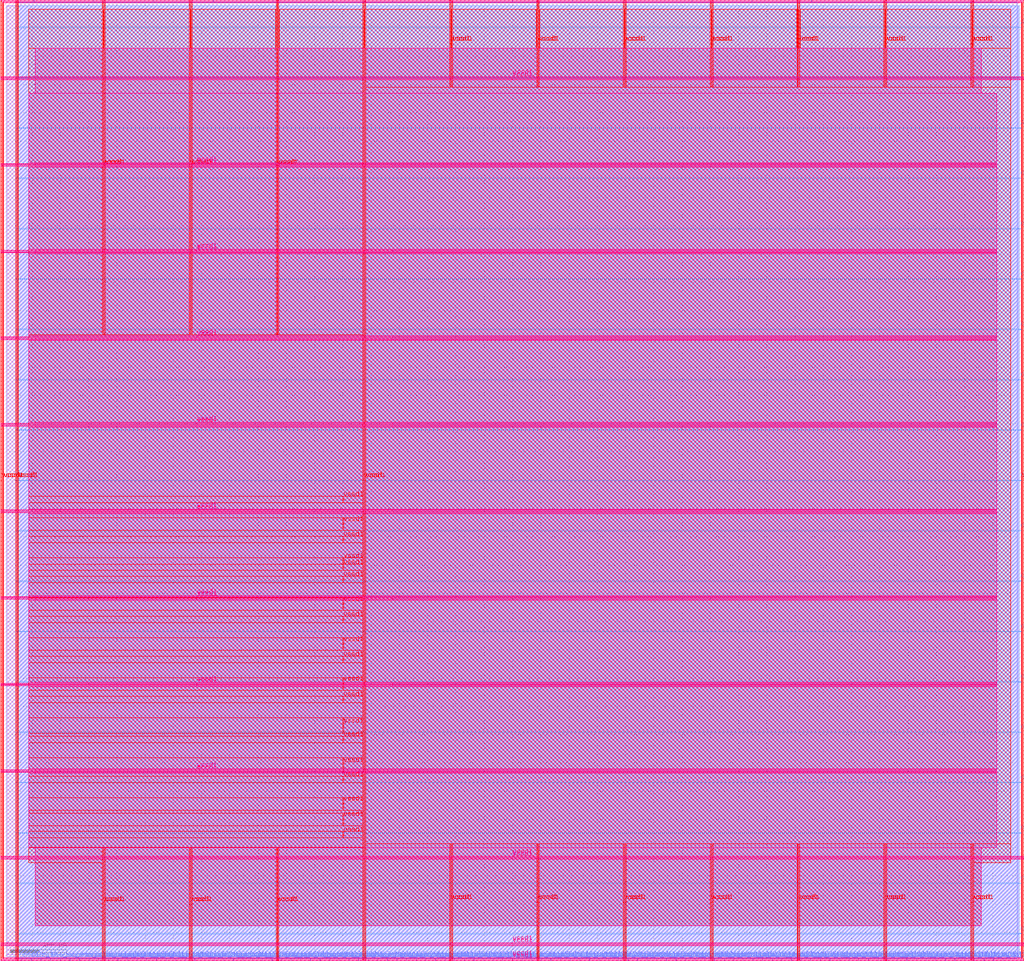
<source format=lef>
VERSION 5.7 ;
  NOWIREEXTENSIONATPIN ON ;
  DIVIDERCHAR "/" ;
  BUSBITCHARS "[]" ;
MACRO top_wrapper
  CLASS BLOCK ;
  FOREIGN top_wrapper ;
  ORIGIN 0.000 0.000 ;
  SIZE 1800.000 BY 1700.000 ;
  PIN ADC_OUT_OBS[0]
    DIRECTION OUTPUT ;
    USE SIGNAL ;
    PORT
      LAYER met3 ;
        RECT 1796.000 1472.920 1800.000 1473.520 ;
    END
  END ADC_OUT_OBS[0]
  PIN ADC_OUT_OBS[1]
    DIRECTION OUTPUT ;
    USE SIGNAL ;
    PORT
      LAYER met3 ;
        RECT 1796.000 1562.000 1800.000 1562.600 ;
    END
  END ADC_OUT_OBS[1]
  PIN ADC_OUT_OBS[2]
    DIRECTION OUTPUT ;
    USE SIGNAL ;
    PORT
      LAYER met3 ;
        RECT 1796.000 1651.080 1800.000 1651.680 ;
    END
  END ADC_OUT_OBS[2]
  PIN BL0
    DIRECTION INOUT ;
    USE SIGNAL ;
    PORT
      LAYER met2 ;
        RECT 1767.870 0.000 1768.150 4.000 ;
    END
  END BL0
  PIN CSA[0]
    DIRECTION OUTPUT ;
    USE SIGNAL ;
    PORT
      LAYER met3 ;
        RECT 1796.000 47.640 1800.000 48.240 ;
    END
  END CSA[0]
  PIN CSA[10]
    DIRECTION OUTPUT ;
    USE SIGNAL ;
    PORT
      LAYER met3 ;
        RECT 1796.000 938.440 1800.000 939.040 ;
    END
  END CSA[10]
  PIN CSA[11]
    DIRECTION OUTPUT ;
    USE SIGNAL ;
    PORT
      LAYER met3 ;
        RECT 1796.000 1027.520 1800.000 1028.120 ;
    END
  END CSA[11]
  PIN CSA[12]
    DIRECTION OUTPUT ;
    USE SIGNAL ;
    PORT
      LAYER met3 ;
        RECT 1796.000 1116.600 1800.000 1117.200 ;
    END
  END CSA[12]
  PIN CSA[13]
    DIRECTION OUTPUT ;
    USE SIGNAL ;
    PORT
      LAYER met3 ;
        RECT 1796.000 1205.680 1800.000 1206.280 ;
    END
  END CSA[13]
  PIN CSA[14]
    DIRECTION OUTPUT ;
    USE SIGNAL ;
    PORT
      LAYER met3 ;
        RECT 1796.000 1294.760 1800.000 1295.360 ;
    END
  END CSA[14]
  PIN CSA[15]
    DIRECTION OUTPUT ;
    USE SIGNAL ;
    PORT
      LAYER met3 ;
        RECT 1796.000 1383.840 1800.000 1384.440 ;
    END
  END CSA[15]
  PIN CSA[1]
    DIRECTION OUTPUT ;
    USE SIGNAL ;
    PORT
      LAYER met3 ;
        RECT 1796.000 136.720 1800.000 137.320 ;
    END
  END CSA[1]
  PIN CSA[2]
    DIRECTION OUTPUT ;
    USE SIGNAL ;
    PORT
      LAYER met3 ;
        RECT 1796.000 225.800 1800.000 226.400 ;
    END
  END CSA[2]
  PIN CSA[3]
    DIRECTION OUTPUT ;
    USE SIGNAL ;
    PORT
      LAYER met3 ;
        RECT 1796.000 314.880 1800.000 315.480 ;
    END
  END CSA[3]
  PIN CSA[4]
    DIRECTION OUTPUT ;
    USE SIGNAL ;
    PORT
      LAYER met3 ;
        RECT 1796.000 403.960 1800.000 404.560 ;
    END
  END CSA[4]
  PIN CSA[5]
    DIRECTION OUTPUT ;
    USE SIGNAL ;
    PORT
      LAYER met3 ;
        RECT 1796.000 493.040 1800.000 493.640 ;
    END
  END CSA[5]
  PIN CSA[6]
    DIRECTION OUTPUT ;
    USE SIGNAL ;
    PORT
      LAYER met3 ;
        RECT 1796.000 582.120 1800.000 582.720 ;
    END
  END CSA[6]
  PIN CSA[7]
    DIRECTION OUTPUT ;
    USE SIGNAL ;
    PORT
      LAYER met3 ;
        RECT 1796.000 671.200 1800.000 671.800 ;
    END
  END CSA[7]
  PIN CSA[8]
    DIRECTION OUTPUT ;
    USE SIGNAL ;
    PORT
      LAYER met3 ;
        RECT 1796.000 760.280 1800.000 760.880 ;
    END
  END CSA[8]
  PIN CSA[9]
    DIRECTION OUTPUT ;
    USE SIGNAL ;
    PORT
      LAYER met3 ;
        RECT 1796.000 849.360 1800.000 849.960 ;
    END
  END CSA[9]
  PIN REF_CSA
    DIRECTION INOUT ;
    USE SIGNAL ;
    PORT
      LAYER met2 ;
        RECT 1640.450 1696.000 1640.730 1700.000 ;
    END
  END REF_CSA
  PIN SL0
    DIRECTION INOUT ;
    USE SIGNAL ;
    PORT
      LAYER met2 ;
        RECT 1733.830 0.000 1734.110 4.000 ;
    END
  END SL0
  PIN V0_REF_ADC
    DIRECTION INOUT ;
    USE SIGNAL ;
    PORT
      LAYER met2 ;
        RECT 1323.050 1696.000 1323.330 1700.000 ;
    END
  END V0_REF_ADC
  PIN V1_BL
    DIRECTION INOUT ;
    USE SIGNAL ;
    PORT
      LAYER met2 ;
        RECT 899.850 1696.000 900.130 1700.000 ;
    END
  END V1_BL
  PIN V1_REF_ADC
    DIRECTION INOUT ;
    USE SIGNAL ;
    PORT
      LAYER met2 ;
        RECT 1428.850 1696.000 1429.130 1700.000 ;
    END
  END V1_REF_ADC
  PIN V1_SL
    DIRECTION INOUT ;
    USE SIGNAL ;
    PORT
      LAYER met2 ;
        RECT 476.650 1696.000 476.930 1700.000 ;
    END
  END V1_SL
  PIN V1_WL
    DIRECTION INOUT ;
    USE SIGNAL ;
    PORT
      LAYER met2 ;
        RECT 53.450 1696.000 53.730 1700.000 ;
    END
  END V1_WL
  PIN V2_BL
    DIRECTION INOUT ;
    USE SIGNAL ;
    PORT
      LAYER met2 ;
        RECT 1005.650 1696.000 1005.930 1700.000 ;
    END
  END V2_BL
  PIN V2_REF_ADC
    DIRECTION INOUT ;
    USE SIGNAL ;
    PORT
      LAYER met2 ;
        RECT 1534.650 1696.000 1534.930 1700.000 ;
    END
  END V2_REF_ADC
  PIN V2_SL
    DIRECTION INOUT ;
    USE SIGNAL ;
    PORT
      LAYER met2 ;
        RECT 582.450 1696.000 582.730 1700.000 ;
    END
  END V2_SL
  PIN V2_WL
    DIRECTION INOUT ;
    USE SIGNAL ;
    PORT
      LAYER met2 ;
        RECT 159.250 1696.000 159.530 1700.000 ;
    END
  END V2_WL
  PIN V3_BL
    DIRECTION INOUT ;
    USE SIGNAL ;
    PORT
      LAYER met2 ;
        RECT 1111.450 1696.000 1111.730 1700.000 ;
    END
  END V3_BL
  PIN V3_SL
    DIRECTION INOUT ;
    USE SIGNAL ;
    PORT
      LAYER met2 ;
        RECT 688.250 1696.000 688.530 1700.000 ;
    END
  END V3_SL
  PIN V3_WL
    DIRECTION INOUT ;
    USE SIGNAL ;
    PORT
      LAYER met2 ;
        RECT 265.050 1696.000 265.330 1700.000 ;
    END
  END V3_WL
  PIN V4_BL
    DIRECTION INOUT ;
    USE SIGNAL ;
    PORT
      LAYER met2 ;
        RECT 1217.250 1696.000 1217.530 1700.000 ;
    END
  END V4_BL
  PIN V4_SL
    DIRECTION INOUT ;
    USE SIGNAL ;
    PORT
      LAYER met2 ;
        RECT 794.050 1696.000 794.330 1700.000 ;
    END
  END V4_SL
  PIN V4_WL
    DIRECTION INOUT ;
    USE SIGNAL ;
    PORT
      LAYER met2 ;
        RECT 370.850 1696.000 371.130 1700.000 ;
    END
  END V4_WL
  PIN VDD_PRE
    DIRECTION INOUT ;
    USE SIGNAL ;
    PORT
      LAYER met2 ;
        RECT 1746.250 1696.000 1746.530 1700.000 ;
    END
  END VDD_PRE
  PIN WL0
    DIRECTION INOUT ;
    USE SIGNAL ;
    PORT
      LAYER met2 ;
        RECT 1750.850 0.000 1751.130 4.000 ;
    END
  END WL0
  PIN clk
    DIRECTION INPUT ;
    USE SIGNAL ;
    PORT
      LAYER met2 ;
        RECT 48.850 0.000 49.130 4.000 ;
    END
  END clk
  PIN enable_IM
    DIRECTION INPUT ;
    USE SIGNAL ;
    PORT
      LAYER met2 ;
        RECT 31.830 0.000 32.110 4.000 ;
    END
  END enable_IM
  PIN rst
    DIRECTION INPUT ;
    USE SIGNAL ;
    PORT
      LAYER met2 ;
        RECT 65.870 0.000 66.150 4.000 ;
    END
  END rst
  PIN vccd1
    DIRECTION INOUT ;
    USE POWER ;
    PORT
      LAYER met4 ;
        RECT -2.080 3.280 -0.480 1696.720 ;
    END
    PORT
      LAYER met5 ;
        RECT -2.080 3.280 1802.060 4.880 ;
    END
    PORT
      LAYER met5 ;
        RECT -2.080 1695.120 1802.060 1696.720 ;
    END
    PORT
      LAYER met4 ;
        RECT 1800.460 3.280 1802.060 1696.720 ;
    END
    PORT
      LAYER met4 ;
        RECT 21.040 -0.020 22.640 1700.020 ;
    END
    PORT
      LAYER met4 ;
        RECT 174.640 -0.020 176.240 200.755 ;
    END
    PORT
      LAYER met4 ;
        RECT 174.640 1107.725 176.240 1700.020 ;
    END
    PORT
      LAYER met4 ;
        RECT 328.240 -0.020 329.840 200.755 ;
    END
    PORT
      LAYER met4 ;
        RECT 328.240 1107.725 329.840 1700.020 ;
    END
    PORT
      LAYER met4 ;
        RECT 481.840 -0.020 483.440 200.755 ;
    END
    PORT
      LAYER met4 ;
        RECT 481.840 1107.725 483.440 1700.020 ;
    END
    PORT
      LAYER met4 ;
        RECT 635.440 -0.020 637.040 1700.020 ;
    END
    PORT
      LAYER met4 ;
        RECT 789.040 -0.020 790.640 206.780 ;
    END
    PORT
      LAYER met4 ;
        RECT 789.040 1545.180 790.640 1700.020 ;
    END
    PORT
      LAYER met4 ;
        RECT 942.640 -0.020 944.240 206.780 ;
    END
    PORT
      LAYER met4 ;
        RECT 942.640 1545.180 944.240 1700.020 ;
    END
    PORT
      LAYER met4 ;
        RECT 1096.240 -0.020 1097.840 206.780 ;
    END
    PORT
      LAYER met4 ;
        RECT 1096.240 1545.180 1097.840 1700.020 ;
    END
    PORT
      LAYER met4 ;
        RECT 1249.840 -0.020 1251.440 206.780 ;
    END
    PORT
      LAYER met4 ;
        RECT 1249.840 1545.180 1251.440 1700.020 ;
    END
    PORT
      LAYER met4 ;
        RECT 1403.440 -0.020 1405.040 206.780 ;
    END
    PORT
      LAYER met4 ;
        RECT 1403.440 1545.180 1405.040 1700.020 ;
    END
    PORT
      LAYER met4 ;
        RECT 1557.040 -0.020 1558.640 206.780 ;
    END
    PORT
      LAYER met4 ;
        RECT 1557.040 1545.180 1558.640 1700.020 ;
    END
    PORT
      LAYER met4 ;
        RECT 1710.640 -0.020 1712.240 206.780 ;
    END
    PORT
      LAYER met4 ;
        RECT 1710.640 1545.180 1712.240 1700.020 ;
    END
    PORT
      LAYER met5 ;
        RECT -5.380 26.730 1805.360 28.330 ;
    END
    PORT
      LAYER met5 ;
        RECT -5.380 179.910 1805.360 181.510 ;
    END
    PORT
      LAYER met5 ;
        RECT -5.380 333.090 688.340 334.690 ;
    END
    PORT
      LAYER met5 ;
        RECT -5.380 486.270 688.340 487.870 ;
    END
    PORT
      LAYER met5 ;
        RECT -5.380 639.450 688.340 641.050 ;
    END
    PORT
      LAYER met5 ;
        RECT -5.380 792.630 688.340 794.230 ;
    END
    PORT
      LAYER met5 ;
        RECT -5.380 945.810 688.340 947.410 ;
    END
    PORT
      LAYER met5 ;
        RECT -5.380 1098.990 688.340 1100.590 ;
    END
    PORT
      LAYER met5 ;
        RECT -5.380 1252.170 688.340 1253.770 ;
    END
    PORT
      LAYER met5 ;
        RECT -5.380 1405.350 688.340 1406.950 ;
    END
    PORT
      LAYER met5 ;
        RECT -5.380 1558.530 1805.360 1560.130 ;
    END
  END vccd1
  PIN vssd1
    DIRECTION INOUT ;
    USE GROUND ;
    PORT
      LAYER met4 ;
        RECT -5.380 -0.020 -3.780 1700.020 ;
    END
    PORT
      LAYER met5 ;
        RECT -5.380 -0.020 1805.360 1.580 ;
    END
    PORT
      LAYER met5 ;
        RECT -5.380 1698.420 1805.360 1700.020 ;
    END
    PORT
      LAYER met4 ;
        RECT 1803.760 -0.020 1805.360 1700.020 ;
    END
    PORT
      LAYER met4 ;
        RECT 24.340 -0.020 25.940 1700.020 ;
    END
    PORT
      LAYER met4 ;
        RECT 177.940 -0.020 179.540 200.755 ;
    END
    PORT
      LAYER met4 ;
        RECT 177.940 1107.725 179.540 1700.020 ;
    END
    PORT
      LAYER met4 ;
        RECT 331.540 -0.020 333.140 200.755 ;
    END
    PORT
      LAYER met4 ;
        RECT 331.540 1107.725 333.140 1700.020 ;
    END
    PORT
      LAYER met4 ;
        RECT 485.140 -0.020 486.740 200.755 ;
    END
    PORT
      LAYER met4 ;
        RECT 485.140 1107.725 486.740 1700.020 ;
    END
    PORT
      LAYER met4 ;
        RECT 638.740 -0.020 640.340 1700.020 ;
    END
    PORT
      LAYER met4 ;
        RECT 792.340 -0.020 793.940 206.780 ;
    END
    PORT
      LAYER met4 ;
        RECT 792.340 1545.180 793.940 1700.020 ;
    END
    PORT
      LAYER met4 ;
        RECT 945.940 -0.020 947.540 206.780 ;
    END
    PORT
      LAYER met4 ;
        RECT 945.940 1545.180 947.540 1700.020 ;
    END
    PORT
      LAYER met4 ;
        RECT 1099.540 -0.020 1101.140 206.780 ;
    END
    PORT
      LAYER met4 ;
        RECT 1099.540 1545.180 1101.140 1700.020 ;
    END
    PORT
      LAYER met4 ;
        RECT 1253.140 -0.020 1254.740 206.780 ;
    END
    PORT
      LAYER met4 ;
        RECT 1253.140 1545.180 1254.740 1700.020 ;
    END
    PORT
      LAYER met4 ;
        RECT 1406.740 -0.020 1408.340 206.780 ;
    END
    PORT
      LAYER met4 ;
        RECT 1406.740 1545.180 1408.340 1700.020 ;
    END
    PORT
      LAYER met4 ;
        RECT 1560.340 -0.020 1561.940 206.780 ;
    END
    PORT
      LAYER met4 ;
        RECT 1560.340 1545.180 1561.940 1700.020 ;
    END
    PORT
      LAYER met4 ;
        RECT 1713.940 -0.020 1715.540 206.780 ;
    END
    PORT
      LAYER met4 ;
        RECT 1713.940 1545.180 1715.540 1700.020 ;
    END
    PORT
      LAYER met5 ;
        RECT -5.380 30.030 1805.360 31.630 ;
    END
    PORT
      LAYER met5 ;
        RECT -5.380 183.210 1805.360 184.810 ;
    END
    PORT
      LAYER met5 ;
        RECT -5.380 336.390 688.340 337.990 ;
    END
    PORT
      LAYER met5 ;
        RECT -5.380 489.570 688.340 491.170 ;
    END
    PORT
      LAYER met5 ;
        RECT -5.380 642.750 688.340 644.350 ;
    END
    PORT
      LAYER met5 ;
        RECT -5.380 795.930 688.340 797.530 ;
    END
    PORT
      LAYER met5 ;
        RECT -5.380 949.110 688.340 950.710 ;
    END
    PORT
      LAYER met5 ;
        RECT -5.380 1102.290 688.340 1103.890 ;
    END
    PORT
      LAYER met5 ;
        RECT -5.380 1255.470 688.340 1257.070 ;
    END
    PORT
      LAYER met5 ;
        RECT -5.380 1408.650 688.340 1410.250 ;
    END
    PORT
      LAYER met5 ;
        RECT -5.380 1561.830 1805.360 1563.430 ;
    END
    PORT
      LAYER met4 ;
        RECT 599.500 217.360 601.100 228.720 ;
    END
    PORT
      LAYER met4 ;
        RECT 599.500 239.120 601.100 261.360 ;
    END
    PORT
      LAYER met4 ;
        RECT 599.500 266.320 601.100 288.560 ;
    END
    PORT
      LAYER met4 ;
        RECT 599.500 315.280 601.100 326.640 ;
    END
    PORT
      LAYER met4 ;
        RECT 599.500 331.600 601.100 359.280 ;
    END
    PORT
      LAYER met4 ;
        RECT 599.500 386.000 601.100 397.360 ;
    END
    PORT
      LAYER met4 ;
        RECT 599.500 402.320 601.100 430.000 ;
    END
    PORT
      LAYER met4 ;
        RECT 599.500 456.720 601.100 468.080 ;
    END
    PORT
      LAYER met4 ;
        RECT 599.500 478.480 601.100 500.720 ;
    END
    PORT
      LAYER met4 ;
        RECT 599.500 527.440 601.100 538.800 ;
    END
    PORT
      LAYER met4 ;
        RECT 599.500 549.200 601.100 571.440 ;
    END
    PORT
      LAYER met4 ;
        RECT 599.500 598.160 601.100 609.520 ;
    END
    PORT
      LAYER met4 ;
        RECT 599.500 619.920 601.100 642.160 ;
    END
    PORT
      LAYER met4 ;
        RECT 599.500 668.880 601.100 680.240 ;
    END
    PORT
      LAYER met4 ;
        RECT 599.500 690.640 601.100 701.520 ;
    END
    PORT
      LAYER met4 ;
        RECT 599.500 701.745 601.100 712.880 ;
    END
    PORT
      LAYER met4 ;
        RECT 599.500 739.600 601.100 750.960 ;
    END
    PORT
      LAYER met4 ;
        RECT 599.500 761.360 601.100 783.600 ;
    END
    PORT
      LAYER met4 ;
        RECT 599.500 810.320 601.100 821.680 ;
    END
  END vssd1
  PIN wbs_we_i
    DIRECTION INPUT ;
    USE SIGNAL ;
    PORT
      LAYER met2 ;
        RECT 82.890 0.000 83.170 4.000 ;
    END
  END wbs_we_i
  PIN wishbone_address_bus[0]
    DIRECTION INPUT ;
    USE SIGNAL ;
    PORT
      LAYER met2 ;
        RECT 99.910 0.000 100.190 4.000 ;
    END
  END wishbone_address_bus[0]
  PIN wishbone_address_bus[10]
    DIRECTION INPUT ;
    USE SIGNAL ;
    PORT
      LAYER met2 ;
        RECT 610.510 0.000 610.790 4.000 ;
    END
  END wishbone_address_bus[10]
  PIN wishbone_address_bus[11]
    DIRECTION INPUT ;
    USE SIGNAL ;
    PORT
      LAYER met2 ;
        RECT 661.570 0.000 661.850 4.000 ;
    END
  END wishbone_address_bus[11]
  PIN wishbone_address_bus[12]
    DIRECTION INPUT ;
    USE SIGNAL ;
    PORT
      LAYER met2 ;
        RECT 712.630 0.000 712.910 4.000 ;
    END
  END wishbone_address_bus[12]
  PIN wishbone_address_bus[13]
    DIRECTION INPUT ;
    USE SIGNAL ;
    PORT
      LAYER met2 ;
        RECT 763.690 0.000 763.970 4.000 ;
    END
  END wishbone_address_bus[13]
  PIN wishbone_address_bus[14]
    DIRECTION INPUT ;
    USE SIGNAL ;
    PORT
      LAYER met2 ;
        RECT 814.750 0.000 815.030 4.000 ;
    END
  END wishbone_address_bus[14]
  PIN wishbone_address_bus[15]
    DIRECTION INPUT ;
    USE SIGNAL ;
    PORT
      LAYER met2 ;
        RECT 865.810 0.000 866.090 4.000 ;
    END
  END wishbone_address_bus[15]
  PIN wishbone_address_bus[16]
    DIRECTION INPUT ;
    USE SIGNAL ;
    PORT
      LAYER met2 ;
        RECT 916.870 0.000 917.150 4.000 ;
    END
  END wishbone_address_bus[16]
  PIN wishbone_address_bus[17]
    DIRECTION INPUT ;
    USE SIGNAL ;
    PORT
      LAYER met2 ;
        RECT 967.930 0.000 968.210 4.000 ;
    END
  END wishbone_address_bus[17]
  PIN wishbone_address_bus[18]
    DIRECTION INPUT ;
    USE SIGNAL ;
    PORT
      LAYER met2 ;
        RECT 1018.990 0.000 1019.270 4.000 ;
    END
  END wishbone_address_bus[18]
  PIN wishbone_address_bus[19]
    DIRECTION INPUT ;
    USE SIGNAL ;
    PORT
      LAYER met2 ;
        RECT 1070.050 0.000 1070.330 4.000 ;
    END
  END wishbone_address_bus[19]
  PIN wishbone_address_bus[1]
    DIRECTION INPUT ;
    USE SIGNAL ;
    PORT
      LAYER met2 ;
        RECT 150.970 0.000 151.250 4.000 ;
    END
  END wishbone_address_bus[1]
  PIN wishbone_address_bus[20]
    DIRECTION INPUT ;
    USE SIGNAL ;
    PORT
      LAYER met2 ;
        RECT 1121.110 0.000 1121.390 4.000 ;
    END
  END wishbone_address_bus[20]
  PIN wishbone_address_bus[21]
    DIRECTION INPUT ;
    USE SIGNAL ;
    PORT
      LAYER met2 ;
        RECT 1172.170 0.000 1172.450 4.000 ;
    END
  END wishbone_address_bus[21]
  PIN wishbone_address_bus[22]
    DIRECTION INPUT ;
    USE SIGNAL ;
    PORT
      LAYER met2 ;
        RECT 1223.230 0.000 1223.510 4.000 ;
    END
  END wishbone_address_bus[22]
  PIN wishbone_address_bus[23]
    DIRECTION INPUT ;
    USE SIGNAL ;
    PORT
      LAYER met2 ;
        RECT 1274.290 0.000 1274.570 4.000 ;
    END
  END wishbone_address_bus[23]
  PIN wishbone_address_bus[24]
    DIRECTION INPUT ;
    USE SIGNAL ;
    PORT
      LAYER met2 ;
        RECT 1325.350 0.000 1325.630 4.000 ;
    END
  END wishbone_address_bus[24]
  PIN wishbone_address_bus[25]
    DIRECTION INPUT ;
    USE SIGNAL ;
    PORT
      LAYER met2 ;
        RECT 1376.410 0.000 1376.690 4.000 ;
    END
  END wishbone_address_bus[25]
  PIN wishbone_address_bus[26]
    DIRECTION INPUT ;
    USE SIGNAL ;
    PORT
      LAYER met2 ;
        RECT 1427.470 0.000 1427.750 4.000 ;
    END
  END wishbone_address_bus[26]
  PIN wishbone_address_bus[27]
    DIRECTION INPUT ;
    USE SIGNAL ;
    PORT
      LAYER met2 ;
        RECT 1478.530 0.000 1478.810 4.000 ;
    END
  END wishbone_address_bus[27]
  PIN wishbone_address_bus[28]
    DIRECTION INPUT ;
    USE SIGNAL ;
    PORT
      LAYER met2 ;
        RECT 1529.590 0.000 1529.870 4.000 ;
    END
  END wishbone_address_bus[28]
  PIN wishbone_address_bus[29]
    DIRECTION INPUT ;
    USE SIGNAL ;
    PORT
      LAYER met2 ;
        RECT 1580.650 0.000 1580.930 4.000 ;
    END
  END wishbone_address_bus[29]
  PIN wishbone_address_bus[2]
    DIRECTION INPUT ;
    USE SIGNAL ;
    PORT
      LAYER met2 ;
        RECT 202.030 0.000 202.310 4.000 ;
    END
  END wishbone_address_bus[2]
  PIN wishbone_address_bus[30]
    DIRECTION INPUT ;
    USE SIGNAL ;
    PORT
      LAYER met2 ;
        RECT 1631.710 0.000 1631.990 4.000 ;
    END
  END wishbone_address_bus[30]
  PIN wishbone_address_bus[31]
    DIRECTION INPUT ;
    USE SIGNAL ;
    PORT
      LAYER met2 ;
        RECT 1682.770 0.000 1683.050 4.000 ;
    END
  END wishbone_address_bus[31]
  PIN wishbone_address_bus[3]
    DIRECTION INPUT ;
    USE SIGNAL ;
    PORT
      LAYER met2 ;
        RECT 253.090 0.000 253.370 4.000 ;
    END
  END wishbone_address_bus[3]
  PIN wishbone_address_bus[4]
    DIRECTION INPUT ;
    USE SIGNAL ;
    PORT
      LAYER met2 ;
        RECT 304.150 0.000 304.430 4.000 ;
    END
  END wishbone_address_bus[4]
  PIN wishbone_address_bus[5]
    DIRECTION INPUT ;
    USE SIGNAL ;
    PORT
      LAYER met2 ;
        RECT 355.210 0.000 355.490 4.000 ;
    END
  END wishbone_address_bus[5]
  PIN wishbone_address_bus[6]
    DIRECTION INPUT ;
    USE SIGNAL ;
    PORT
      LAYER met2 ;
        RECT 406.270 0.000 406.550 4.000 ;
    END
  END wishbone_address_bus[6]
  PIN wishbone_address_bus[7]
    DIRECTION INPUT ;
    USE SIGNAL ;
    PORT
      LAYER met2 ;
        RECT 457.330 0.000 457.610 4.000 ;
    END
  END wishbone_address_bus[7]
  PIN wishbone_address_bus[8]
    DIRECTION INPUT ;
    USE SIGNAL ;
    PORT
      LAYER met2 ;
        RECT 508.390 0.000 508.670 4.000 ;
    END
  END wishbone_address_bus[8]
  PIN wishbone_address_bus[9]
    DIRECTION INPUT ;
    USE SIGNAL ;
    PORT
      LAYER met2 ;
        RECT 559.450 0.000 559.730 4.000 ;
    END
  END wishbone_address_bus[9]
  PIN wishbone_data_in[0]
    DIRECTION INPUT ;
    USE SIGNAL ;
    PORT
      LAYER met2 ;
        RECT 116.930 0.000 117.210 4.000 ;
    END
  END wishbone_data_in[0]
  PIN wishbone_data_in[10]
    DIRECTION INPUT ;
    USE SIGNAL ;
    PORT
      LAYER met2 ;
        RECT 627.530 0.000 627.810 4.000 ;
    END
  END wishbone_data_in[10]
  PIN wishbone_data_in[11]
    DIRECTION INPUT ;
    USE SIGNAL ;
    PORT
      LAYER met2 ;
        RECT 678.590 0.000 678.870 4.000 ;
    END
  END wishbone_data_in[11]
  PIN wishbone_data_in[12]
    DIRECTION INPUT ;
    USE SIGNAL ;
    PORT
      LAYER met2 ;
        RECT 729.650 0.000 729.930 4.000 ;
    END
  END wishbone_data_in[12]
  PIN wishbone_data_in[13]
    DIRECTION INPUT ;
    USE SIGNAL ;
    PORT
      LAYER met2 ;
        RECT 780.710 0.000 780.990 4.000 ;
    END
  END wishbone_data_in[13]
  PIN wishbone_data_in[14]
    DIRECTION INPUT ;
    USE SIGNAL ;
    PORT
      LAYER met2 ;
        RECT 831.770 0.000 832.050 4.000 ;
    END
  END wishbone_data_in[14]
  PIN wishbone_data_in[15]
    DIRECTION INPUT ;
    USE SIGNAL ;
    PORT
      LAYER met2 ;
        RECT 882.830 0.000 883.110 4.000 ;
    END
  END wishbone_data_in[15]
  PIN wishbone_data_in[16]
    DIRECTION INPUT ;
    USE SIGNAL ;
    PORT
      LAYER met2 ;
        RECT 933.890 0.000 934.170 4.000 ;
    END
  END wishbone_data_in[16]
  PIN wishbone_data_in[17]
    DIRECTION INPUT ;
    USE SIGNAL ;
    PORT
      LAYER met2 ;
        RECT 984.950 0.000 985.230 4.000 ;
    END
  END wishbone_data_in[17]
  PIN wishbone_data_in[18]
    DIRECTION INPUT ;
    USE SIGNAL ;
    PORT
      LAYER met2 ;
        RECT 1036.010 0.000 1036.290 4.000 ;
    END
  END wishbone_data_in[18]
  PIN wishbone_data_in[19]
    DIRECTION INPUT ;
    USE SIGNAL ;
    PORT
      LAYER met2 ;
        RECT 1087.070 0.000 1087.350 4.000 ;
    END
  END wishbone_data_in[19]
  PIN wishbone_data_in[1]
    DIRECTION INPUT ;
    USE SIGNAL ;
    PORT
      LAYER met2 ;
        RECT 167.990 0.000 168.270 4.000 ;
    END
  END wishbone_data_in[1]
  PIN wishbone_data_in[20]
    DIRECTION INPUT ;
    USE SIGNAL ;
    PORT
      LAYER met2 ;
        RECT 1138.130 0.000 1138.410 4.000 ;
    END
  END wishbone_data_in[20]
  PIN wishbone_data_in[21]
    DIRECTION INPUT ;
    USE SIGNAL ;
    PORT
      LAYER met2 ;
        RECT 1189.190 0.000 1189.470 4.000 ;
    END
  END wishbone_data_in[21]
  PIN wishbone_data_in[22]
    DIRECTION INPUT ;
    USE SIGNAL ;
    PORT
      LAYER met2 ;
        RECT 1240.250 0.000 1240.530 4.000 ;
    END
  END wishbone_data_in[22]
  PIN wishbone_data_in[23]
    DIRECTION INPUT ;
    USE SIGNAL ;
    PORT
      LAYER met2 ;
        RECT 1291.310 0.000 1291.590 4.000 ;
    END
  END wishbone_data_in[23]
  PIN wishbone_data_in[24]
    DIRECTION INPUT ;
    USE SIGNAL ;
    PORT
      LAYER met2 ;
        RECT 1342.370 0.000 1342.650 4.000 ;
    END
  END wishbone_data_in[24]
  PIN wishbone_data_in[25]
    DIRECTION INPUT ;
    USE SIGNAL ;
    PORT
      LAYER met2 ;
        RECT 1393.430 0.000 1393.710 4.000 ;
    END
  END wishbone_data_in[25]
  PIN wishbone_data_in[26]
    DIRECTION INPUT ;
    USE SIGNAL ;
    PORT
      LAYER met2 ;
        RECT 1444.490 0.000 1444.770 4.000 ;
    END
  END wishbone_data_in[26]
  PIN wishbone_data_in[27]
    DIRECTION INPUT ;
    USE SIGNAL ;
    PORT
      LAYER met2 ;
        RECT 1495.550 0.000 1495.830 4.000 ;
    END
  END wishbone_data_in[27]
  PIN wishbone_data_in[28]
    DIRECTION INPUT ;
    USE SIGNAL ;
    PORT
      LAYER met2 ;
        RECT 1546.610 0.000 1546.890 4.000 ;
    END
  END wishbone_data_in[28]
  PIN wishbone_data_in[29]
    DIRECTION INPUT ;
    USE SIGNAL ;
    PORT
      LAYER met2 ;
        RECT 1597.670 0.000 1597.950 4.000 ;
    END
  END wishbone_data_in[29]
  PIN wishbone_data_in[2]
    DIRECTION INPUT ;
    USE SIGNAL ;
    PORT
      LAYER met2 ;
        RECT 219.050 0.000 219.330 4.000 ;
    END
  END wishbone_data_in[2]
  PIN wishbone_data_in[30]
    DIRECTION INPUT ;
    USE SIGNAL ;
    PORT
      LAYER met2 ;
        RECT 1648.730 0.000 1649.010 4.000 ;
    END
  END wishbone_data_in[30]
  PIN wishbone_data_in[31]
    DIRECTION INPUT ;
    USE SIGNAL ;
    PORT
      LAYER met2 ;
        RECT 1699.790 0.000 1700.070 4.000 ;
    END
  END wishbone_data_in[31]
  PIN wishbone_data_in[3]
    DIRECTION INPUT ;
    USE SIGNAL ;
    PORT
      LAYER met2 ;
        RECT 270.110 0.000 270.390 4.000 ;
    END
  END wishbone_data_in[3]
  PIN wishbone_data_in[4]
    DIRECTION INPUT ;
    USE SIGNAL ;
    PORT
      LAYER met2 ;
        RECT 321.170 0.000 321.450 4.000 ;
    END
  END wishbone_data_in[4]
  PIN wishbone_data_in[5]
    DIRECTION INPUT ;
    USE SIGNAL ;
    PORT
      LAYER met2 ;
        RECT 372.230 0.000 372.510 4.000 ;
    END
  END wishbone_data_in[5]
  PIN wishbone_data_in[6]
    DIRECTION INPUT ;
    USE SIGNAL ;
    PORT
      LAYER met2 ;
        RECT 423.290 0.000 423.570 4.000 ;
    END
  END wishbone_data_in[6]
  PIN wishbone_data_in[7]
    DIRECTION INPUT ;
    USE SIGNAL ;
    PORT
      LAYER met2 ;
        RECT 474.350 0.000 474.630 4.000 ;
    END
  END wishbone_data_in[7]
  PIN wishbone_data_in[8]
    DIRECTION INPUT ;
    USE SIGNAL ;
    PORT
      LAYER met2 ;
        RECT 525.410 0.000 525.690 4.000 ;
    END
  END wishbone_data_in[8]
  PIN wishbone_data_in[9]
    DIRECTION INPUT ;
    USE SIGNAL ;
    PORT
      LAYER met2 ;
        RECT 576.470 0.000 576.750 4.000 ;
    END
  END wishbone_data_in[9]
  PIN wishbone_data_out[0]
    DIRECTION OUTPUT ;
    USE SIGNAL ;
    PORT
      LAYER met2 ;
        RECT 133.950 0.000 134.230 4.000 ;
    END
  END wishbone_data_out[0]
  PIN wishbone_data_out[10]
    DIRECTION OUTPUT ;
    USE SIGNAL ;
    PORT
      LAYER met2 ;
        RECT 644.550 0.000 644.830 4.000 ;
    END
  END wishbone_data_out[10]
  PIN wishbone_data_out[11]
    DIRECTION OUTPUT ;
    USE SIGNAL ;
    PORT
      LAYER met2 ;
        RECT 695.610 0.000 695.890 4.000 ;
    END
  END wishbone_data_out[11]
  PIN wishbone_data_out[12]
    DIRECTION OUTPUT ;
    USE SIGNAL ;
    PORT
      LAYER met2 ;
        RECT 746.670 0.000 746.950 4.000 ;
    END
  END wishbone_data_out[12]
  PIN wishbone_data_out[13]
    DIRECTION OUTPUT ;
    USE SIGNAL ;
    PORT
      LAYER met2 ;
        RECT 797.730 0.000 798.010 4.000 ;
    END
  END wishbone_data_out[13]
  PIN wishbone_data_out[14]
    DIRECTION OUTPUT ;
    USE SIGNAL ;
    PORT
      LAYER met2 ;
        RECT 848.790 0.000 849.070 4.000 ;
    END
  END wishbone_data_out[14]
  PIN wishbone_data_out[15]
    DIRECTION OUTPUT ;
    USE SIGNAL ;
    PORT
      LAYER met2 ;
        RECT 899.850 0.000 900.130 4.000 ;
    END
  END wishbone_data_out[15]
  PIN wishbone_data_out[16]
    DIRECTION OUTPUT ;
    USE SIGNAL ;
    PORT
      LAYER met2 ;
        RECT 950.910 0.000 951.190 4.000 ;
    END
  END wishbone_data_out[16]
  PIN wishbone_data_out[17]
    DIRECTION OUTPUT ;
    USE SIGNAL ;
    PORT
      LAYER met2 ;
        RECT 1001.970 0.000 1002.250 4.000 ;
    END
  END wishbone_data_out[17]
  PIN wishbone_data_out[18]
    DIRECTION OUTPUT ;
    USE SIGNAL ;
    PORT
      LAYER met2 ;
        RECT 1053.030 0.000 1053.310 4.000 ;
    END
  END wishbone_data_out[18]
  PIN wishbone_data_out[19]
    DIRECTION OUTPUT ;
    USE SIGNAL ;
    PORT
      LAYER met2 ;
        RECT 1104.090 0.000 1104.370 4.000 ;
    END
  END wishbone_data_out[19]
  PIN wishbone_data_out[1]
    DIRECTION OUTPUT ;
    USE SIGNAL ;
    PORT
      LAYER met2 ;
        RECT 185.010 0.000 185.290 4.000 ;
    END
  END wishbone_data_out[1]
  PIN wishbone_data_out[20]
    DIRECTION OUTPUT ;
    USE SIGNAL ;
    PORT
      LAYER met2 ;
        RECT 1155.150 0.000 1155.430 4.000 ;
    END
  END wishbone_data_out[20]
  PIN wishbone_data_out[21]
    DIRECTION OUTPUT ;
    USE SIGNAL ;
    PORT
      LAYER met2 ;
        RECT 1206.210 0.000 1206.490 4.000 ;
    END
  END wishbone_data_out[21]
  PIN wishbone_data_out[22]
    DIRECTION OUTPUT ;
    USE SIGNAL ;
    PORT
      LAYER met2 ;
        RECT 1257.270 0.000 1257.550 4.000 ;
    END
  END wishbone_data_out[22]
  PIN wishbone_data_out[23]
    DIRECTION OUTPUT ;
    USE SIGNAL ;
    PORT
      LAYER met2 ;
        RECT 1308.330 0.000 1308.610 4.000 ;
    END
  END wishbone_data_out[23]
  PIN wishbone_data_out[24]
    DIRECTION OUTPUT ;
    USE SIGNAL ;
    PORT
      LAYER met2 ;
        RECT 1359.390 0.000 1359.670 4.000 ;
    END
  END wishbone_data_out[24]
  PIN wishbone_data_out[25]
    DIRECTION OUTPUT ;
    USE SIGNAL ;
    PORT
      LAYER met2 ;
        RECT 1410.450 0.000 1410.730 4.000 ;
    END
  END wishbone_data_out[25]
  PIN wishbone_data_out[26]
    DIRECTION OUTPUT ;
    USE SIGNAL ;
    PORT
      LAYER met2 ;
        RECT 1461.510 0.000 1461.790 4.000 ;
    END
  END wishbone_data_out[26]
  PIN wishbone_data_out[27]
    DIRECTION OUTPUT ;
    USE SIGNAL ;
    PORT
      LAYER met2 ;
        RECT 1512.570 0.000 1512.850 4.000 ;
    END
  END wishbone_data_out[27]
  PIN wishbone_data_out[28]
    DIRECTION OUTPUT ;
    USE SIGNAL ;
    PORT
      LAYER met2 ;
        RECT 1563.630 0.000 1563.910 4.000 ;
    END
  END wishbone_data_out[28]
  PIN wishbone_data_out[29]
    DIRECTION OUTPUT ;
    USE SIGNAL ;
    PORT
      LAYER met2 ;
        RECT 1614.690 0.000 1614.970 4.000 ;
    END
  END wishbone_data_out[29]
  PIN wishbone_data_out[2]
    DIRECTION OUTPUT ;
    USE SIGNAL ;
    PORT
      LAYER met2 ;
        RECT 236.070 0.000 236.350 4.000 ;
    END
  END wishbone_data_out[2]
  PIN wishbone_data_out[30]
    DIRECTION OUTPUT ;
    USE SIGNAL ;
    PORT
      LAYER met2 ;
        RECT 1665.750 0.000 1666.030 4.000 ;
    END
  END wishbone_data_out[30]
  PIN wishbone_data_out[31]
    DIRECTION OUTPUT ;
    USE SIGNAL ;
    PORT
      LAYER met2 ;
        RECT 1716.810 0.000 1717.090 4.000 ;
    END
  END wishbone_data_out[31]
  PIN wishbone_data_out[3]
    DIRECTION OUTPUT ;
    USE SIGNAL ;
    PORT
      LAYER met2 ;
        RECT 287.130 0.000 287.410 4.000 ;
    END
  END wishbone_data_out[3]
  PIN wishbone_data_out[4]
    DIRECTION OUTPUT ;
    USE SIGNAL ;
    PORT
      LAYER met2 ;
        RECT 338.190 0.000 338.470 4.000 ;
    END
  END wishbone_data_out[4]
  PIN wishbone_data_out[5]
    DIRECTION OUTPUT ;
    USE SIGNAL ;
    PORT
      LAYER met2 ;
        RECT 389.250 0.000 389.530 4.000 ;
    END
  END wishbone_data_out[5]
  PIN wishbone_data_out[6]
    DIRECTION OUTPUT ;
    USE SIGNAL ;
    PORT
      LAYER met2 ;
        RECT 440.310 0.000 440.590 4.000 ;
    END
  END wishbone_data_out[6]
  PIN wishbone_data_out[7]
    DIRECTION OUTPUT ;
    USE SIGNAL ;
    PORT
      LAYER met2 ;
        RECT 491.370 0.000 491.650 4.000 ;
    END
  END wishbone_data_out[7]
  PIN wishbone_data_out[8]
    DIRECTION OUTPUT ;
    USE SIGNAL ;
    PORT
      LAYER met2 ;
        RECT 542.430 0.000 542.710 4.000 ;
    END
  END wishbone_data_out[8]
  PIN wishbone_data_out[9]
    DIRECTION OUTPUT ;
    USE SIGNAL ;
    PORT
      LAYER met2 ;
        RECT 593.490 0.000 593.770 4.000 ;
    END
  END wishbone_data_out[9]
  OBS
      LAYER li1 ;
        RECT 5.520 10.795 1794.460 1689.205 ;
      LAYER met1 ;
        RECT 5.520 6.840 1794.460 1689.360 ;
      LAYER met2 ;
        RECT 21.070 1695.720 53.170 1696.330 ;
        RECT 54.010 1695.720 158.970 1696.330 ;
        RECT 159.810 1695.720 264.770 1696.330 ;
        RECT 265.610 1695.720 370.570 1696.330 ;
        RECT 371.410 1695.720 476.370 1696.330 ;
        RECT 477.210 1695.720 582.170 1696.330 ;
        RECT 583.010 1695.720 687.970 1696.330 ;
        RECT 688.810 1695.720 793.770 1696.330 ;
        RECT 794.610 1695.720 899.570 1696.330 ;
        RECT 900.410 1695.720 1005.370 1696.330 ;
        RECT 1006.210 1695.720 1111.170 1696.330 ;
        RECT 1112.010 1695.720 1216.970 1696.330 ;
        RECT 1217.810 1695.720 1322.770 1696.330 ;
        RECT 1323.610 1695.720 1428.570 1696.330 ;
        RECT 1429.410 1695.720 1534.370 1696.330 ;
        RECT 1535.210 1695.720 1640.170 1696.330 ;
        RECT 1641.010 1695.720 1745.970 1696.330 ;
        RECT 1746.810 1695.720 1792.990 1696.330 ;
        RECT 21.070 4.280 1792.990 1695.720 ;
        RECT 21.070 4.000 31.550 4.280 ;
        RECT 32.390 4.000 48.570 4.280 ;
        RECT 49.410 4.000 65.590 4.280 ;
        RECT 66.430 4.000 82.610 4.280 ;
        RECT 83.450 4.000 99.630 4.280 ;
        RECT 100.470 4.000 116.650 4.280 ;
        RECT 117.490 4.000 133.670 4.280 ;
        RECT 134.510 4.000 150.690 4.280 ;
        RECT 151.530 4.000 167.710 4.280 ;
        RECT 168.550 4.000 184.730 4.280 ;
        RECT 185.570 4.000 201.750 4.280 ;
        RECT 202.590 4.000 218.770 4.280 ;
        RECT 219.610 4.000 235.790 4.280 ;
        RECT 236.630 4.000 252.810 4.280 ;
        RECT 253.650 4.000 269.830 4.280 ;
        RECT 270.670 4.000 286.850 4.280 ;
        RECT 287.690 4.000 303.870 4.280 ;
        RECT 304.710 4.000 320.890 4.280 ;
        RECT 321.730 4.000 337.910 4.280 ;
        RECT 338.750 4.000 354.930 4.280 ;
        RECT 355.770 4.000 371.950 4.280 ;
        RECT 372.790 4.000 388.970 4.280 ;
        RECT 389.810 4.000 405.990 4.280 ;
        RECT 406.830 4.000 423.010 4.280 ;
        RECT 423.850 4.000 440.030 4.280 ;
        RECT 440.870 4.000 457.050 4.280 ;
        RECT 457.890 4.000 474.070 4.280 ;
        RECT 474.910 4.000 491.090 4.280 ;
        RECT 491.930 4.000 508.110 4.280 ;
        RECT 508.950 4.000 525.130 4.280 ;
        RECT 525.970 4.000 542.150 4.280 ;
        RECT 542.990 4.000 559.170 4.280 ;
        RECT 560.010 4.000 576.190 4.280 ;
        RECT 577.030 4.000 593.210 4.280 ;
        RECT 594.050 4.000 610.230 4.280 ;
        RECT 611.070 4.000 627.250 4.280 ;
        RECT 628.090 4.000 644.270 4.280 ;
        RECT 645.110 4.000 661.290 4.280 ;
        RECT 662.130 4.000 678.310 4.280 ;
        RECT 679.150 4.000 695.330 4.280 ;
        RECT 696.170 4.000 712.350 4.280 ;
        RECT 713.190 4.000 729.370 4.280 ;
        RECT 730.210 4.000 746.390 4.280 ;
        RECT 747.230 4.000 763.410 4.280 ;
        RECT 764.250 4.000 780.430 4.280 ;
        RECT 781.270 4.000 797.450 4.280 ;
        RECT 798.290 4.000 814.470 4.280 ;
        RECT 815.310 4.000 831.490 4.280 ;
        RECT 832.330 4.000 848.510 4.280 ;
        RECT 849.350 4.000 865.530 4.280 ;
        RECT 866.370 4.000 882.550 4.280 ;
        RECT 883.390 4.000 899.570 4.280 ;
        RECT 900.410 4.000 916.590 4.280 ;
        RECT 917.430 4.000 933.610 4.280 ;
        RECT 934.450 4.000 950.630 4.280 ;
        RECT 951.470 4.000 967.650 4.280 ;
        RECT 968.490 4.000 984.670 4.280 ;
        RECT 985.510 4.000 1001.690 4.280 ;
        RECT 1002.530 4.000 1018.710 4.280 ;
        RECT 1019.550 4.000 1035.730 4.280 ;
        RECT 1036.570 4.000 1052.750 4.280 ;
        RECT 1053.590 4.000 1069.770 4.280 ;
        RECT 1070.610 4.000 1086.790 4.280 ;
        RECT 1087.630 4.000 1103.810 4.280 ;
        RECT 1104.650 4.000 1120.830 4.280 ;
        RECT 1121.670 4.000 1137.850 4.280 ;
        RECT 1138.690 4.000 1154.870 4.280 ;
        RECT 1155.710 4.000 1171.890 4.280 ;
        RECT 1172.730 4.000 1188.910 4.280 ;
        RECT 1189.750 4.000 1205.930 4.280 ;
        RECT 1206.770 4.000 1222.950 4.280 ;
        RECT 1223.790 4.000 1239.970 4.280 ;
        RECT 1240.810 4.000 1256.990 4.280 ;
        RECT 1257.830 4.000 1274.010 4.280 ;
        RECT 1274.850 4.000 1291.030 4.280 ;
        RECT 1291.870 4.000 1308.050 4.280 ;
        RECT 1308.890 4.000 1325.070 4.280 ;
        RECT 1325.910 4.000 1342.090 4.280 ;
        RECT 1342.930 4.000 1359.110 4.280 ;
        RECT 1359.950 4.000 1376.130 4.280 ;
        RECT 1376.970 4.000 1393.150 4.280 ;
        RECT 1393.990 4.000 1410.170 4.280 ;
        RECT 1411.010 4.000 1427.190 4.280 ;
        RECT 1428.030 4.000 1444.210 4.280 ;
        RECT 1445.050 4.000 1461.230 4.280 ;
        RECT 1462.070 4.000 1478.250 4.280 ;
        RECT 1479.090 4.000 1495.270 4.280 ;
        RECT 1496.110 4.000 1512.290 4.280 ;
        RECT 1513.130 4.000 1529.310 4.280 ;
        RECT 1530.150 4.000 1546.330 4.280 ;
        RECT 1547.170 4.000 1563.350 4.280 ;
        RECT 1564.190 4.000 1580.370 4.280 ;
        RECT 1581.210 4.000 1597.390 4.280 ;
        RECT 1598.230 4.000 1614.410 4.280 ;
        RECT 1615.250 4.000 1631.430 4.280 ;
        RECT 1632.270 4.000 1648.450 4.280 ;
        RECT 1649.290 4.000 1665.470 4.280 ;
        RECT 1666.310 4.000 1682.490 4.280 ;
        RECT 1683.330 4.000 1699.510 4.280 ;
        RECT 1700.350 4.000 1716.530 4.280 ;
        RECT 1717.370 4.000 1733.550 4.280 ;
        RECT 1734.390 4.000 1750.570 4.280 ;
        RECT 1751.410 4.000 1767.590 4.280 ;
        RECT 1768.430 4.000 1792.990 4.280 ;
      LAYER met3 ;
        RECT 21.050 1652.080 1796.450 1689.285 ;
        RECT 21.050 1650.680 1795.600 1652.080 ;
        RECT 21.050 1563.000 1796.450 1650.680 ;
        RECT 21.050 1561.600 1795.600 1563.000 ;
        RECT 21.050 1473.920 1796.450 1561.600 ;
        RECT 21.050 1472.520 1795.600 1473.920 ;
        RECT 21.050 1384.840 1796.450 1472.520 ;
        RECT 21.050 1383.440 1795.600 1384.840 ;
        RECT 21.050 1295.760 1796.450 1383.440 ;
        RECT 21.050 1294.360 1795.600 1295.760 ;
        RECT 21.050 1206.680 1796.450 1294.360 ;
        RECT 21.050 1205.280 1795.600 1206.680 ;
        RECT 21.050 1117.600 1796.450 1205.280 ;
        RECT 21.050 1116.200 1795.600 1117.600 ;
        RECT 21.050 1028.520 1796.450 1116.200 ;
        RECT 21.050 1027.120 1795.600 1028.520 ;
        RECT 21.050 939.440 1796.450 1027.120 ;
        RECT 21.050 938.040 1795.600 939.440 ;
        RECT 21.050 850.360 1796.450 938.040 ;
        RECT 21.050 848.960 1795.600 850.360 ;
        RECT 21.050 761.280 1796.450 848.960 ;
        RECT 21.050 759.880 1795.600 761.280 ;
        RECT 21.050 672.200 1796.450 759.880 ;
        RECT 21.050 670.800 1795.600 672.200 ;
        RECT 21.050 583.120 1796.450 670.800 ;
        RECT 21.050 581.720 1795.600 583.120 ;
        RECT 21.050 494.040 1796.450 581.720 ;
        RECT 21.050 492.640 1795.600 494.040 ;
        RECT 21.050 404.960 1796.450 492.640 ;
        RECT 21.050 403.560 1795.600 404.960 ;
        RECT 21.050 315.880 1796.450 403.560 ;
        RECT 21.050 314.480 1795.600 315.880 ;
        RECT 21.050 226.800 1796.450 314.480 ;
        RECT 21.050 225.400 1795.600 226.800 ;
        RECT 21.050 137.720 1796.450 225.400 ;
        RECT 21.050 136.320 1795.600 137.720 ;
        RECT 21.050 48.640 1796.450 136.320 ;
        RECT 21.050 47.240 1795.600 48.640 ;
        RECT 21.050 10.715 1796.450 47.240 ;
      LAYER met4 ;
        RECT 44.620 1614.340 174.240 1683.505 ;
        RECT 176.640 1614.340 177.540 1683.505 ;
        RECT 179.940 1614.340 327.840 1683.505 ;
        RECT 330.240 1614.340 331.140 1683.505 ;
        RECT 333.540 1614.340 481.440 1683.505 ;
        RECT 483.840 1614.340 484.740 1683.505 ;
        RECT 487.140 1614.340 635.040 1683.505 ;
        RECT 637.440 1614.340 638.340 1683.505 ;
        RECT 640.740 1614.340 788.640 1683.505 ;
        RECT 791.040 1614.340 791.940 1683.505 ;
        RECT 794.340 1614.340 942.240 1683.505 ;
        RECT 944.640 1614.340 945.540 1683.505 ;
        RECT 947.940 1614.340 1095.840 1683.505 ;
        RECT 1098.240 1614.340 1099.140 1683.505 ;
        RECT 1101.540 1614.340 1249.440 1683.505 ;
        RECT 1251.840 1614.340 1252.740 1683.505 ;
        RECT 1255.140 1614.340 1403.040 1683.505 ;
        RECT 1405.440 1614.340 1406.340 1683.505 ;
        RECT 1408.740 1614.340 1556.640 1683.505 ;
        RECT 1559.040 1614.340 1559.940 1683.505 ;
        RECT 1562.340 1614.340 1710.240 1683.505 ;
        RECT 1712.640 1614.340 1713.540 1683.505 ;
        RECT 1715.940 1614.340 1781.745 1683.505 ;
        RECT 44.620 1107.725 174.640 1614.340 ;
        RECT 176.240 1107.725 177.940 1614.340 ;
        RECT 179.540 1107.725 328.240 1614.340 ;
        RECT 329.840 1107.725 331.540 1614.340 ;
        RECT 333.140 1107.725 481.840 1614.340 ;
        RECT 483.440 1107.725 485.140 1614.340 ;
        RECT 486.740 1107.725 635.440 1614.340 ;
        RECT 44.620 821.680 635.440 1107.725 ;
        RECT 44.620 810.320 599.500 821.680 ;
        RECT 601.100 810.320 635.440 821.680 ;
        RECT 44.620 783.600 635.440 810.320 ;
        RECT 44.620 761.360 599.500 783.600 ;
        RECT 601.100 761.360 635.440 783.600 ;
        RECT 44.620 750.960 635.440 761.360 ;
        RECT 44.620 739.600 599.500 750.960 ;
        RECT 601.100 739.600 635.440 750.960 ;
        RECT 44.620 712.880 635.440 739.600 ;
        RECT 44.620 701.745 599.500 712.880 ;
        RECT 601.100 701.745 635.440 712.880 ;
        RECT 44.620 701.520 635.440 701.745 ;
        RECT 44.620 690.640 599.500 701.520 ;
        RECT 601.100 690.640 635.440 701.520 ;
        RECT 44.620 680.240 635.440 690.640 ;
        RECT 44.620 668.880 599.500 680.240 ;
        RECT 601.100 668.880 635.440 680.240 ;
        RECT 44.620 642.160 635.440 668.880 ;
        RECT 44.620 619.920 599.500 642.160 ;
        RECT 601.100 619.920 635.440 642.160 ;
        RECT 44.620 609.520 635.440 619.920 ;
        RECT 44.620 598.160 599.500 609.520 ;
        RECT 601.100 598.160 635.440 609.520 ;
        RECT 44.620 571.440 635.440 598.160 ;
        RECT 44.620 549.200 599.500 571.440 ;
        RECT 601.100 549.200 635.440 571.440 ;
        RECT 44.620 538.800 635.440 549.200 ;
        RECT 44.620 527.440 599.500 538.800 ;
        RECT 601.100 527.440 635.440 538.800 ;
        RECT 44.620 500.720 635.440 527.440 ;
        RECT 44.620 478.480 599.500 500.720 ;
        RECT 601.100 478.480 635.440 500.720 ;
        RECT 44.620 468.080 635.440 478.480 ;
        RECT 44.620 456.720 599.500 468.080 ;
        RECT 601.100 456.720 635.440 468.080 ;
        RECT 44.620 430.000 635.440 456.720 ;
        RECT 44.620 402.320 599.500 430.000 ;
        RECT 601.100 402.320 635.440 430.000 ;
        RECT 44.620 397.360 635.440 402.320 ;
        RECT 44.620 386.000 599.500 397.360 ;
        RECT 601.100 386.000 635.440 397.360 ;
        RECT 44.620 359.280 635.440 386.000 ;
        RECT 44.620 331.600 599.500 359.280 ;
        RECT 601.100 331.600 635.440 359.280 ;
        RECT 44.620 326.640 635.440 331.600 ;
        RECT 44.620 315.280 599.500 326.640 ;
        RECT 601.100 315.280 635.440 326.640 ;
        RECT 44.620 288.560 635.440 315.280 ;
        RECT 44.620 266.320 599.500 288.560 ;
        RECT 601.100 266.320 635.440 288.560 ;
        RECT 44.620 261.360 635.440 266.320 ;
        RECT 44.620 239.120 599.500 261.360 ;
        RECT 601.100 239.120 635.440 261.360 ;
        RECT 44.620 228.720 635.440 239.120 ;
        RECT 44.620 217.360 599.500 228.720 ;
        RECT 601.100 217.360 635.440 228.720 ;
        RECT 44.620 200.755 635.440 217.360 ;
        RECT 44.620 173.575 174.640 200.755 ;
        RECT 55.290 61.760 174.640 173.575 ;
        RECT 176.240 61.760 177.940 200.755 ;
        RECT 179.540 61.760 328.240 200.755 ;
        RECT 329.840 61.760 331.540 200.755 ;
        RECT 333.140 61.760 481.840 200.755 ;
        RECT 483.440 61.760 485.140 200.755 ;
        RECT 486.740 61.760 635.440 200.755 ;
        RECT 637.040 61.760 638.740 1614.340 ;
        RECT 640.340 1545.180 789.040 1614.340 ;
        RECT 790.640 1545.180 792.340 1614.340 ;
        RECT 793.940 1545.180 942.640 1614.340 ;
        RECT 944.240 1545.180 945.940 1614.340 ;
        RECT 947.540 1545.180 1096.240 1614.340 ;
        RECT 1097.840 1545.180 1099.540 1614.340 ;
        RECT 1101.140 1545.180 1249.840 1614.340 ;
        RECT 1251.440 1545.180 1253.140 1614.340 ;
        RECT 1254.740 1545.180 1403.440 1614.340 ;
        RECT 1405.040 1545.180 1406.740 1614.340 ;
        RECT 1408.340 1545.180 1557.040 1614.340 ;
        RECT 1558.640 1545.180 1560.340 1614.340 ;
        RECT 1561.940 1545.180 1710.640 1614.340 ;
        RECT 1712.240 1545.180 1713.940 1614.340 ;
        RECT 1715.540 1545.180 1781.745 1614.340 ;
        RECT 640.340 206.780 1781.745 1545.180 ;
        RECT 640.340 61.760 789.040 206.780 ;
        RECT 790.640 61.760 792.340 206.780 ;
        RECT 793.940 61.760 942.640 206.780 ;
        RECT 944.240 61.760 945.940 206.780 ;
        RECT 947.540 61.760 1096.240 206.780 ;
        RECT 1097.840 61.760 1099.540 206.780 ;
        RECT 1101.140 61.760 1249.840 206.780 ;
        RECT 1251.440 61.760 1253.140 206.780 ;
        RECT 1254.740 61.760 1403.440 206.780 ;
        RECT 1405.040 61.760 1406.740 206.780 ;
        RECT 1408.340 61.760 1557.040 206.780 ;
        RECT 1558.640 61.760 1560.340 206.780 ;
        RECT 1561.940 61.760 1710.640 206.780 ;
        RECT 1712.240 61.760 1713.940 206.780 ;
        RECT 1715.540 173.575 1781.745 206.780 ;
        RECT 1715.540 61.760 1729.490 173.575 ;
      LAYER met5 ;
        RECT 55.290 1563.430 1729.490 1614.340 ;
        RECT 55.290 1560.130 1729.490 1561.830 ;
        RECT 55.290 1534.880 1729.490 1558.530 ;
        RECT 44.620 1411.850 1756.280 1534.880 ;
        RECT 55.290 1410.250 1756.280 1411.850 ;
        RECT 688.340 1408.650 1756.280 1410.250 ;
        RECT 55.290 1406.950 1756.280 1408.650 ;
        RECT 688.340 1405.350 1756.280 1406.950 ;
        RECT 55.290 1403.750 1756.280 1405.350 ;
        RECT 44.620 1258.670 1756.280 1403.750 ;
        RECT 55.290 1257.070 1756.280 1258.670 ;
        RECT 688.340 1255.470 1756.280 1257.070 ;
        RECT 55.290 1253.770 1756.280 1255.470 ;
        RECT 688.340 1252.170 1756.280 1253.770 ;
        RECT 55.290 1250.570 1756.280 1252.170 ;
        RECT 44.620 1105.490 1756.280 1250.570 ;
        RECT 55.290 1103.890 1756.280 1105.490 ;
        RECT 688.340 1102.290 1756.280 1103.890 ;
        RECT 55.290 1100.590 1756.280 1102.290 ;
        RECT 688.340 1098.990 1756.280 1100.590 ;
        RECT 55.290 1097.390 1756.280 1098.990 ;
        RECT 44.620 952.310 1756.280 1097.390 ;
        RECT 55.290 950.710 1756.280 952.310 ;
        RECT 688.340 949.110 1756.280 950.710 ;
        RECT 55.290 947.410 1756.280 949.110 ;
        RECT 688.340 945.810 1756.280 947.410 ;
        RECT 55.290 944.210 1756.280 945.810 ;
        RECT 44.620 799.130 1756.280 944.210 ;
        RECT 55.290 797.530 1756.280 799.130 ;
        RECT 688.340 795.930 1756.280 797.530 ;
        RECT 55.290 794.230 1756.280 795.930 ;
        RECT 688.340 792.630 1756.280 794.230 ;
        RECT 55.290 791.030 1756.280 792.630 ;
        RECT 44.620 645.950 1756.280 791.030 ;
        RECT 55.290 644.350 1756.280 645.950 ;
        RECT 688.340 642.750 1756.280 644.350 ;
        RECT 55.290 641.050 1756.280 642.750 ;
        RECT 688.340 639.450 1756.280 641.050 ;
        RECT 55.290 637.850 1756.280 639.450 ;
        RECT 44.620 492.770 1756.280 637.850 ;
        RECT 55.290 491.170 1756.280 492.770 ;
        RECT 688.340 489.570 1756.280 491.170 ;
        RECT 55.290 487.870 1756.280 489.570 ;
        RECT 688.340 486.270 1756.280 487.870 ;
        RECT 55.290 484.670 1756.280 486.270 ;
        RECT 44.620 339.590 1756.280 484.670 ;
        RECT 55.290 337.990 1756.280 339.590 ;
        RECT 688.340 336.390 1756.280 337.990 ;
        RECT 55.290 334.690 1756.280 336.390 ;
        RECT 688.340 333.090 1756.280 334.690 ;
        RECT 55.290 331.490 1756.280 333.090 ;
        RECT 44.620 199.980 1756.280 331.490 ;
        RECT 55.290 184.810 1729.490 199.980 ;
        RECT 55.290 181.510 1729.490 183.210 ;
        RECT 55.290 61.760 1729.490 179.910 ;
  END
END top_wrapper
END LIBRARY


</source>
